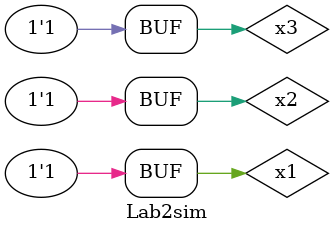
<source format=v>
`timescale 1ns / 1ps

module Lab2sim;
reg x1, x2, x3;
wire f;
Lab2 uut(.x1(x1), .x2(x2), .x3(x3), .f(f));
initial begin
x1=0; x2=0; x3=0;
#1 x1=0; x2=0; x3=1;
#1 x1=0; x2=1; x3=0;
#1 x1=0; x2=1; x3=1;
#1 x1=1; x2=0; x3=0;
#1 x1=1; x2=0; x3=1;
#1 x1=1; x2=1; x3=0;
#1 x1=1; x2=1; x3=1;
end
endmodule
</source>
